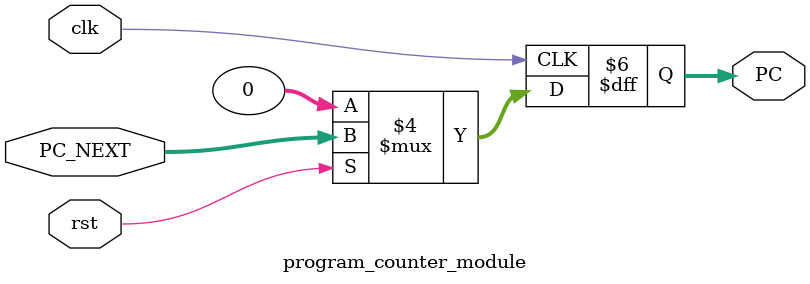
<source format=v>
module program_counter_module(PC_NEXT,PC,rst,clk);

input [31:0] PC_NEXT;
input rst, clk;

output reg [31:0] PC;

always @(posedge clk)

begin
    if (rst==0)
        PC <= 32'h0;
    else
        PC<=PC_NEXT;
end



endmodule
</source>
